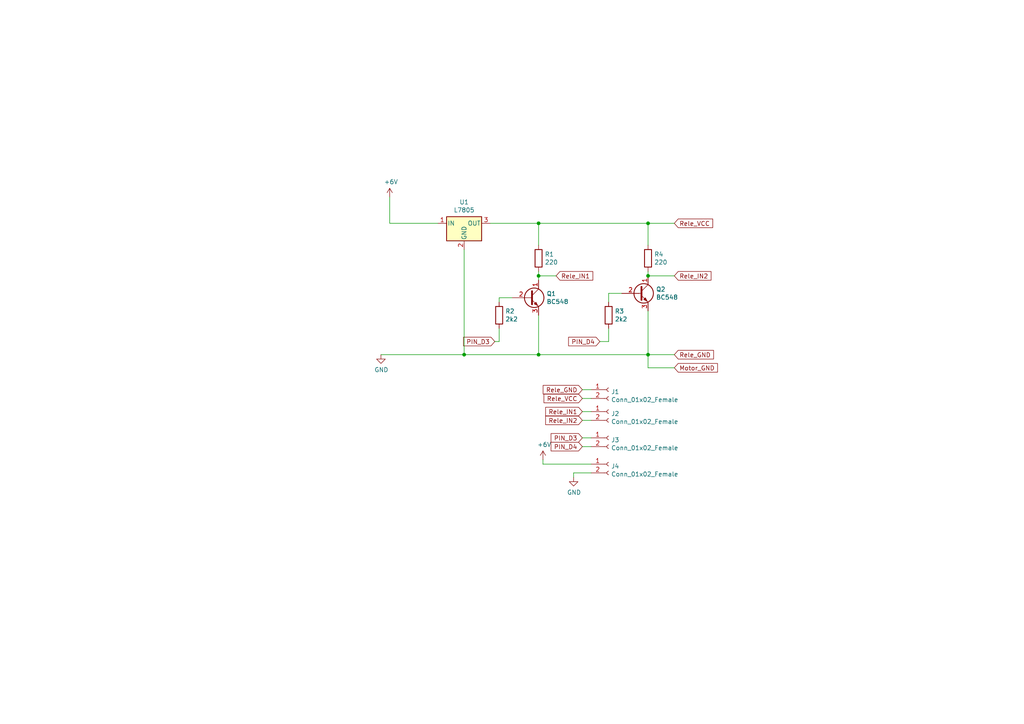
<source format=kicad_sch>
(kicad_sch (version 20211123) (generator eeschema)
  (paper "A4")
  (lib_symbols
    (symbol "Connector:Conn_01x02_Female" (pin_names (offset 1.016) hide)
      (property "Reference" "J" (at 0 2.54 0))
      (property "Value" "Conn_01x02_Female" (at 0 -5.08 0))
      (symbol "Conn_01x02_Female_1_1"
        (arc (start 0 -2.032) (mid -0.508 -2.54) (end 0 -3.048) (stroke (width 0.1524)))
        (polyline (pts (xy -1.27 -2.54) (xy -0.508 -2.54)) (stroke (width 0.1524)))
        (polyline (pts (xy -1.27 0) (xy -0.508 0)) (stroke (width 0.1524)))
        (arc (start 0 0.508) (mid -0.508 0) (end 0 -0.508) (stroke (width 0.1524)))
        (pin passive line (at -5.08 0 0) (length 3.81) (name "Pin_1") (number "1"))
        (pin passive line (at -5.08 -2.54 0) (length 3.81) (name "Pin_2") (number "2"))
      )
    )
    (symbol "Device:R" (pin_numbers hide) (pin_names (offset 0))
      (property "Reference" "R" (at 2.032 0 90))
      (property "Value" "R" (at 0 0 90))
      (symbol "R_0_1"
        (rectangle (start -1.016 -2.54) (end 1.016 2.54) (stroke (width 0.254)))
      )
      (symbol "R_1_1"
        (pin passive line (at 0 3.81 270) (length 1.27) (name "~") (number "1"))
        (pin passive line (at 0 -3.81 90) (length 1.27) (name "~") (number "2"))
      )
    )
    (symbol "Regulator_Linear:L7805" (pin_names (offset 0.254))
      (property "Reference" "U" (at -3.81 3.175 0))
      (property "Value" "L7805" (at 0 3.175 0))
      (symbol "L7805_0_1"
        (rectangle (start -5.08 1.905) (end 5.08 -5.08) (stroke (width 0.254)) (fill (type background)))
      )
      (symbol "L7805_1_1"
        (pin power_in line (at -7.62 0 0) (length 2.54) (name "IN") (number "1"))
        (pin power_in line (at 0 -7.62 90) (length 2.54) (name "GND") (number "2"))
        (pin power_out line (at 7.62 0 180) (length 2.54) (name "OUT") (number "3"))
      )
    )
    (symbol "Transistor_BJT:BC548" (pin_names (offset 0) hide)
      (property "Reference" "Q" (at 5.08 1.905 0))
      (property "Value" "BC548" (at 5.08 0 0))
      (symbol "BC548_0_1"
        (polyline (pts (xy 0 0) (xy 0.635 0)))
        (polyline (pts (xy 0.635 0.635) (xy 2.54 2.54)))
        (polyline (pts (xy 0.635 -0.635) (xy 2.54 -2.54) (xy 2.54 -2.54)))
        (polyline (pts (xy 0.635 1.905) (xy 0.635 -1.905) (xy 0.635 -1.905)) (stroke (width 0.508)))
        (polyline (pts (xy 1.27 -1.778) (xy 1.778 -1.27) (xy 2.286 -2.286) (xy 1.27 -1.778) (xy 1.27 -1.778)) (fill (type outline)))
        (circle (center 1.27 0) (radius 2.8194) (stroke (width 0.254)))
      )
      (symbol "BC548_1_1"
        (pin passive line (at 2.54 5.08 270) (length 2.54) (name "C") (number "1"))
        (pin input line (at -5.08 0 0) (length 5.08) (name "B") (number "2"))
        (pin passive line (at 2.54 -5.08 90) (length 2.54) (name "E") (number "3"))
      )
    )
    (symbol "power:+6V" (power) (pin_names (offset 0))
      (property "Value" "+6V" (at 0 3.556 0))
      (symbol "+6V_0_1"
        (polyline (pts (xy -0.762 1.27) (xy 0 2.54)))
        (polyline (pts (xy 0 0) (xy 0 2.54)))
        (polyline (pts (xy 0 2.54) (xy 0.762 1.27)))
      )
      (symbol "+6V_1_1"
        (pin power_in line (at 0 0 90) (length 0) hide (name "+6V") (number "1"))
      )
    )
    (symbol "power:GND" (power) (pin_names (offset 0))
      (property "Value" "GND" (at 0 -3.81 0))
      (symbol "GND_0_1"
        (polyline (pts (xy 0 0) (xy 0 -1.27) (xy 1.27 -1.27) (xy 0 -2.54) (xy -1.27 -1.27) (xy 0 -1.27)))
      )
      (symbol "GND_1_1"
        (pin power_in line (at 0 0 270) (length 0) hide (name "GND") (number "1"))
      )
    )
  )
  (junction (at 187.96 80.01))
  (junction (at 156.21 80.01))
  (junction (at 156.21 64.77))
  (junction (at 156.21 102.87))
  (junction (at 187.96 64.77))
  (junction (at 134.62 102.87))
  (junction (at 187.96 102.87))
  (wire (pts (xy 195.58 64.77) (xy 187.96 64.77)))
  (wire (pts (xy 187.96 102.87) (xy 156.21 102.87)))
  (wire (pts (xy 144.78 95.25) (xy 144.78 99.06)))
  (wire (pts (xy 113.03 64.77) (xy 127 64.77)))
  (wire (pts (xy 171.45 137.16) (xy 166.37 137.16)))
  (wire (pts (xy 156.21 80.01) (xy 161.29 80.01)))
  (wire (pts (xy 171.45 134.62) (xy 157.48 134.62)))
  (wire (pts (xy 144.78 86.36) (xy 144.78 87.63)))
  (wire (pts (xy 187.96 102.87) (xy 195.58 102.87)))
  (wire (pts (xy 171.45 121.92) (xy 168.91 121.92)))
  (wire (pts (xy 166.37 137.16) (xy 166.37 138.43)))
  (wire (pts (xy 156.21 80.01) (xy 156.21 78.74)))
  (wire (pts (xy 142.24 64.77) (xy 156.21 64.77)))
  (wire (pts (xy 168.91 119.38) (xy 171.45 119.38)))
  (wire (pts (xy 187.96 80.01) (xy 195.58 80.01)))
  (wire (pts (xy 113.03 57.15) (xy 113.03 64.77)))
  (wire (pts (xy 195.58 106.68) (xy 187.96 106.68)))
  (wire (pts (xy 134.62 102.87) (xy 156.21 102.87)))
  (wire (pts (xy 187.96 64.77) (xy 156.21 64.77)))
  (wire (pts (xy 157.48 134.62) (xy 157.48 133.35)))
  (wire (pts (xy 176.53 85.09) (xy 176.53 87.63)))
  (wire (pts (xy 176.53 99.06) (xy 173.99 99.06)))
  (wire (pts (xy 180.34 85.09) (xy 176.53 85.09)))
  (wire (pts (xy 171.45 115.57) (xy 168.91 115.57)))
  (wire (pts (xy 134.62 72.39) (xy 134.62 102.87)))
  (wire (pts (xy 187.96 106.68) (xy 187.96 102.87)))
  (wire (pts (xy 156.21 64.77) (xy 156.21 71.12)))
  (wire (pts (xy 171.45 113.03) (xy 168.91 113.03)))
  (wire (pts (xy 187.96 78.74) (xy 187.96 80.01)))
  (wire (pts (xy 148.59 86.36) (xy 144.78 86.36)))
  (wire (pts (xy 168.91 127) (xy 171.45 127)))
  (wire (pts (xy 110.49 102.87) (xy 134.62 102.87)))
  (wire (pts (xy 171.45 129.54) (xy 168.91 129.54)))
  (wire (pts (xy 144.78 99.06) (xy 143.51 99.06)))
  (wire (pts (xy 187.96 90.17) (xy 187.96 102.87)))
  (wire (pts (xy 187.96 71.12) (xy 187.96 64.77)))
  (wire (pts (xy 156.21 81.28) (xy 156.21 80.01)))
  (wire (pts (xy 156.21 91.44) (xy 156.21 102.87)))
  (wire (pts (xy 176.53 95.25) (xy 176.53 99.06)))
  (global_label "PIN_D4" (shape input) (at 173.99 99.06 180) (property "Intersheet References" "${INTERSHEET_REFS}" (effects hide)))
  (global_label "Rele_IN1" (shape input) (at 161.29 80.01 0) (property "Intersheet References" "${INTERSHEET_REFS}" (effects hide)))
  (global_label "PIN_D3" (shape input) (at 143.51 99.06 180) (property "Intersheet References" "${INTERSHEET_REFS}" (effects hide)))
  (global_label "Rele_GND" (shape input) (at 168.91 113.03 180) (property "Intersheet References" "${INTERSHEET_REFS}" (effects hide)))
  (global_label "Rele_IN2" (shape input) (at 168.91 121.92 180) (property "Intersheet References" "${INTERSHEET_REFS}" (effects hide)))
  (global_label "PIN_D4" (shape input) (at 168.91 129.54 180) (property "Intersheet References" "${INTERSHEET_REFS}" (effects hide)))
  (global_label "Rele_VCC" (shape input) (at 168.91 115.57 180) (property "Intersheet References" "${INTERSHEET_REFS}" (effects hide)))
  (global_label "Rele_GND" (shape input) (at 195.58 102.87 0) (property "Intersheet References" "${INTERSHEET_REFS}" (effects hide)))
  (global_label "Rele_IN2" (shape input) (at 195.58 80.01 0) (property "Intersheet References" "${INTERSHEET_REFS}" (effects hide)))
  (global_label "PIN_D3" (shape input) (at 168.91 127 180) (property "Intersheet References" "${INTERSHEET_REFS}" (effects hide)))
  (global_label "Rele_VCC" (shape input) (at 195.58 64.77 0) (property "Intersheet References" "${INTERSHEET_REFS}" (effects hide)))
  (global_label "Motor_GND" (shape input) (at 195.58 106.68 0) (property "Intersheet References" "${INTERSHEET_REFS}" (effects hide)))
  (global_label "Rele_IN1" (shape input) (at 168.91 119.38 180) (property "Intersheet References" "${INTERSHEET_REFS}" (effects hide)))
  (symbol (lib_id "Regulator_Linear:L7805") (at 134.62 64.77 0) (unit 1)
    (property "Reference" "U1" (at 134.62 58.6232 0))
    (property "Value" "L7805" (at 134.62 60.9346 0))
    (property "Footprint" "Package_TO_SOT_THT:TO-220-3_Vertical" (effects hide))
    (property "Datasheet" "http://www.st.com/content/ccc/resource/technical/document/datasheet/41/4f/b3/b0/12/d4/47/88/CD00000444.pdf/files/CD00000444.pdf/jcr:content/translations/en.CD00000444.pdf" (effects hide))
  )
  (symbol (lib_id "power:+6V") (at 113.03 57.15 0) (unit 1)
    (property "Reference" "#PWR0101" (effects hide))
    (property "Value" "+6V" (at 113.411 52.7558 0))
  )
  (symbol (lib_id "power:GND") (at 110.49 102.87 0) (unit 1)
    (property "Reference" "#PWR0102" (effects hide))
    (property "Value" "GND" (at 110.617 107.2642 0))
  )
  (symbol (lib_id "Device:R") (at 156.21 74.93 0) (unit 1)
    (property "Reference" "R1" (at 157.988 73.7616 0) (effects (justify left)))
    (property "Value" "220" (at 157.988 76.073 0) (effects (justify left)))
    (property "Footprint" "Resistor_THT:R_Axial_DIN0309_L9.0mm_D3.2mm_P12.70mm_Horizontal" (effects hide))
  )
  (symbol (lib_id "Device:R") (at 144.78 91.44 180) (unit 1)
    (property "Reference" "R2" (at 146.558 90.2716 0) (effects (justify right)))
    (property "Value" "2k2" (at 146.558 92.583 0) (effects (justify right)))
    (property "Footprint" "Resistor_THT:R_Axial_DIN0309_L9.0mm_D3.2mm_P12.70mm_Horizontal" (effects hide))
  )
  (symbol (lib_id "Transistor_BJT:BC548") (at 185.42 85.09 0) (unit 1)
    (property "Reference" "Q2" (at 190.2714 83.9216 0) (effects (justify left)))
    (property "Value" "BC548" (at 190.2714 86.233 0) (effects (justify left)))
    (property "Footprint" "Package_TO_SOT_THT:TO-92_Inline" (effects hide))
    (property "Datasheet" "http://www.fairchildsemi.com/ds/BC/BC547.pdf" (effects hide))
  )
  (symbol (lib_id "Transistor_BJT:BC548") (at 153.67 86.36 0) (unit 1)
    (property "Reference" "Q1" (at 158.5214 85.1916 0) (effects (justify left)))
    (property "Value" "BC548" (at 158.5214 87.503 0) (effects (justify left)))
    (property "Footprint" "Package_TO_SOT_THT:TO-92_Inline" (effects hide))
    (property "Datasheet" "http://www.fairchildsemi.com/ds/BC/BC547.pdf" (effects hide))
  )
  (symbol (lib_id "Device:R") (at 176.53 91.44 180) (unit 1)
    (property "Reference" "R3" (at 178.308 90.2716 0) (effects (justify right)))
    (property "Value" "2k2" (at 178.308 92.583 0) (effects (justify right)))
    (property "Footprint" "Resistor_THT:R_Axial_DIN0309_L9.0mm_D3.2mm_P12.70mm_Horizontal" (effects hide))
  )
  (symbol (lib_id "Device:R") (at 187.96 74.93 0) (unit 1)
    (property "Reference" "R4" (at 189.738 73.7616 0) (effects (justify left)))
    (property "Value" "220" (at 189.738 76.073 0) (effects (justify left)))
    (property "Footprint" "Resistor_THT:R_Axial_DIN0309_L9.0mm_D3.2mm_P12.70mm_Horizontal" (effects hide))
  )
  (symbol (lib_id "Connector:Conn_01x02_Female") (at 176.53 113.03 0) (unit 1)
    (property "Reference" "J1" (at 177.2412 113.6396 0) (effects (justify left)))
    (property "Value" "Conn_01x02_Female" (at 177.2412 115.951 0) (effects (justify left)))
    (property "Footprint" "TerminalBlock_Phoenix:TerminalBlock_Phoenix_MPT-0,5-2-2.54_1x02_P2.54mm_Horizontal" (effects hide))
  )
  (symbol (lib_id "Connector:Conn_01x02_Female") (at 176.53 119.38 0) (unit 1)
    (property "Reference" "J2" (at 177.2412 119.9896 0) (effects (justify left)))
    (property "Value" "Conn_01x02_Female" (at 177.2412 122.301 0) (effects (justify left)))
    (property "Footprint" "TerminalBlock_Phoenix:TerminalBlock_Phoenix_MPT-0,5-2-2.54_1x02_P2.54mm_Horizontal" (effects hide))
  )
  (symbol (lib_id "Connector:Conn_01x02_Female") (at 176.53 127 0) (unit 1)
    (property "Reference" "J3" (at 177.2412 127.6096 0) (effects (justify left)))
    (property "Value" "Conn_01x02_Female" (at 177.2412 129.921 0) (effects (justify left)))
    (property "Footprint" "TerminalBlock_Phoenix:TerminalBlock_Phoenix_MPT-0,5-2-2.54_1x02_P2.54mm_Horizontal" (effects hide))
  )
  (symbol (lib_id "Connector:Conn_01x02_Female") (at 176.53 134.62 0) (unit 1)
    (property "Reference" "J4" (at 177.2412 135.2296 0) (effects (justify left)))
    (property "Value" "Conn_01x02_Female" (at 177.2412 137.541 0) (effects (justify left)))
    (property "Footprint" "TerminalBlock_Phoenix:TerminalBlock_Phoenix_MPT-0,5-2-2.54_1x02_P2.54mm_Horizontal" (effects hide))
  )
  (symbol (lib_id "power:GND") (at 166.37 138.43 0) (unit 1)
    (property "Reference" "#PWR0103" (effects hide))
    (property "Value" "GND" (at 166.497 142.8242 0))
  )
  (symbol (lib_id "power:+6V") (at 157.48 133.35 0) (unit 1)
    (property "Reference" "#PWR0104" (effects hide))
    (property "Value" "+6V" (at 157.861 128.9558 0))
  )
)
</source>
